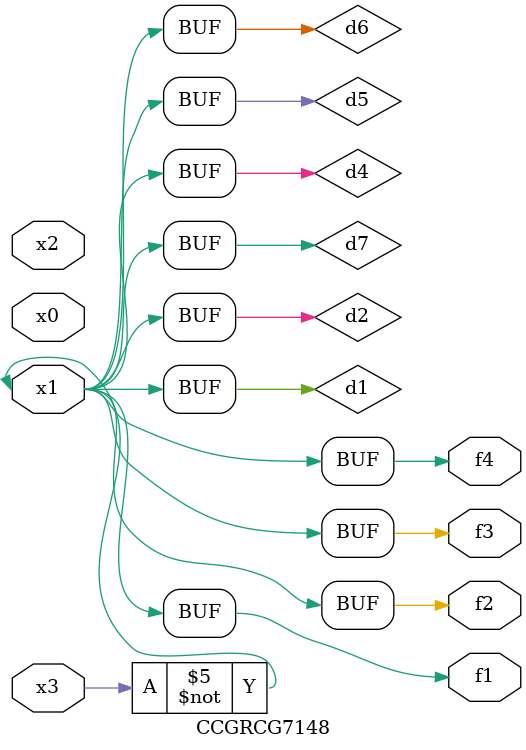
<source format=v>
module CCGRCG7148(
	input x0, x1, x2, x3,
	output f1, f2, f3, f4
);

	wire d1, d2, d3, d4, d5, d6, d7;

	not (d1, x3);
	buf (d2, x1);
	xnor (d3, d1, d2);
	nor (d4, d1);
	buf (d5, d1, d2);
	buf (d6, d4, d5);
	nand (d7, d4);
	assign f1 = d6;
	assign f2 = d7;
	assign f3 = d6;
	assign f4 = d6;
endmodule

</source>
